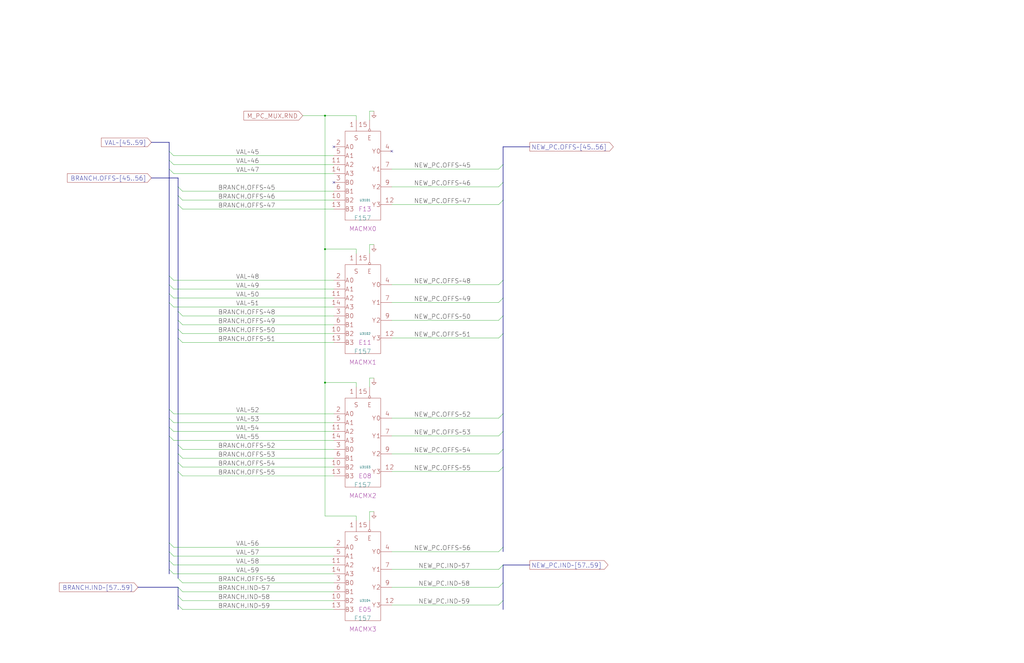
<source format=kicad_sch>
(kicad_sch (version 20211123) (generator eeschema)
  (paper "User" 584.2 378.46)
  (title_block (title "MACRO MUX") (date "22-MAY-90") (rev "1.0") (comment 1 "SEQUENCER") (comment 2 "232-003064") (comment 3 "S400") (comment 4 "RELEASED"))
  (lib_symbols
    (symbol "r1000:F157" (pin_numbers hide) (pin_names (offset 1.016) hide)
      (property "Reference" "U" (at 2.54 5.08 0))
      (property "Value" "F157" (at -3.81 -5.08 0))
      (property "Location" "___" (at -1.27 0 0))
      (property "Name" "______" (at 1.27 -12.7 0))
      (symbol "F157_1_1"
        (rectangle (start -8.89 44.45) (end 11.43 -6.35))
        (circle (center 5.08 45.085) (radius 0.635))
        (text "0" (at -12.7 7.62 0) (effects (font (size 2.54 2.54))))
        (text "0" (at -5.08 15.24 0) (effects (font (size 2.54 2.54))))
        (text "0" (at -5.08 35.56 0) (effects (font (size 2.54 2.54))))
        (text "0" (at 10.16 33.02 0) (effects (font (size 2.54 2.54))))
        (text "1" (at -15.24 2.54 0) (effects (font (size 2.54 2.54))))
        (text "1" (at -15.24 7.62 0) (effects (font (size 2.54 2.54))))
        (text "1" (at -15.24 22.86 0) (effects (font (size 2.54 2.54))))
        (text "1" (at -15.24 27.94 0) (effects (font (size 2.54 2.54))))
        (text "1" (at -12.7 27.94 0) (effects (font (size 2.54 2.54))))
        (text "1" (at -5.08 10.16 0) (effects (font (size 2.54 2.54))))
        (text "1" (at -5.08 30.48 0) (effects (font (size 2.54 2.54))))
        (text "1" (at -5.08 48.26 0) (effects (font (size 2.54 2.54))))
        (text "1" (at 0 48.26 0) (effects (font (size 2.54 2.54))))
        (text "1" (at 10.16 22.86 0) (effects (font (size 2.54 2.54))))
        (text "1" (at 15.24 5.08 0) (effects (font (size 2.54 2.54))))
        (text "2" (at -12.7 38.1 0) (effects (font (size 2.54 2.54))))
        (text "2" (at -5.08 5.08 0) (effects (font (size 2.54 2.54))))
        (text "2" (at -5.08 25.4 0) (effects (font (size 2.54 2.54))))
        (text "2" (at 10.16 12.7 0) (effects (font (size 2.54 2.54))))
        (text "2" (at 17.78 5.08 0) (effects (font (size 2.54 2.54))))
        (text "3" (at -12.7 2.54 0) (effects (font (size 2.54 2.54))))
        (text "3" (at -12.7 17.78 0) (effects (font (size 2.54 2.54))))
        (text "3" (at -5.08 0 0) (effects (font (size 2.54 2.54))))
        (text "3" (at -5.08 20.32 0) (effects (font (size 2.54 2.54))))
        (text "3" (at 10.16 2.54 0) (effects (font (size 2.54 2.54))))
        (text "4" (at -12.7 22.86 0) (effects (font (size 2.54 2.54))))
        (text "4" (at 15.24 35.56 0) (effects (font (size 2.54 2.54))))
        (text "5" (at -12.7 33.02 0) (effects (font (size 2.54 2.54))))
        (text "5" (at 2.54 48.26 0) (effects (font (size 2.54 2.54))))
        (text "6" (at -12.7 12.7 0) (effects (font (size 2.54 2.54))))
        (text "7" (at 15.24 25.4 0) (effects (font (size 2.54 2.54))))
        (text "9" (at 15.24 15.24 0) (effects (font (size 2.54 2.54))))
        (text "A" (at -7.62 20.32 0) (effects (font (size 2.54 2.54))))
        (text "A" (at -7.62 25.4 0) (effects (font (size 2.54 2.54))))
        (text "A" (at -7.62 30.48 0) (effects (font (size 2.54 2.54))))
        (text "A" (at -7.62 35.56 0) (effects (font (size 2.54 2.54))))
        (text "B" (at -7.62 0 0) (effects (font (size 2.54 2.54))))
        (text "B" (at -7.62 5.08 0) (effects (font (size 2.54 2.54))))
        (text "B" (at -7.62 10.16 0) (effects (font (size 2.54 2.54))))
        (text "B" (at -7.62 15.24 0) (effects (font (size 2.54 2.54))))
        (text "E" (at 5.08 40.64 0) (effects (font (size 2.54 2.54))))
        (text "S" (at -2.54 40.64 0) (effects (font (size 2.54 2.54))))
        (text "Y" (at 7.62 2.54 0) (effects (font (size 2.54 2.54))))
        (text "Y" (at 7.62 12.7 0) (effects (font (size 2.54 2.54))))
        (text "Y" (at 7.62 22.86 0) (effects (font (size 2.54 2.54))))
        (text "Y" (at 7.62 33.02 0) (effects (font (size 2.54 2.54))))
        (pin input line (at -2.54 50.8 270) (length 6.35) (name "S") (number "1"))
        (pin input line (at -15.24 5.08 0) (length 6.35) (name "B2") (number "10"))
        (pin input line (at -15.24 25.4 0) (length 6.35) (name "A2") (number "11"))
        (pin output line (at 17.78 2.54 180) (length 6.35) (name "Y3") (number "12"))
        (pin input line (at -15.24 0 0) (length 6.35) (name "B3") (number "13"))
        (pin input line (at -15.24 20.32 0) (length 6.35) (name "A3") (number "14"))
        (pin input line (at 5.08 50.8 270) (length 5.08) (name "E_") (number "15"))
        (pin input line (at -15.24 35.56 0) (length 6.35) (name "A0") (number "2"))
        (pin input line (at -15.24 15.24 0) (length 6.35) (name "B0") (number "3"))
        (pin output line (at 17.78 33.02 180) (length 6.35) (name "Y0") (number "4"))
        (pin input line (at -15.24 30.48 0) (length 6.35) (name "A1") (number "5"))
        (pin input line (at -15.24 10.16 0) (length 6.35) (name "B1") (number "6"))
        (pin output line (at 17.78 22.86 180) (length 6.35) (name "Y1") (number "7"))
        (pin output line (at 17.78 12.7 180) (length 6.35) (name "Y2") (number "9"))
      )
    )
    (symbol "r1000:PD" (power) (pin_numbers hide) (pin_names hide) (in_bom no)
      (symbol "PD_0_1"
        (polyline (pts (xy 0 -2.54) (xy 1.27 -2.54) (xy 0 -3.81) (xy -1.27 -2.54) (xy 0 -2.54)) (stroke (width 0.1524)))
      )
      (symbol "PD_1_1"
        (pin power_in line (at 0 0 270) (length 2.54) (name "PD") (number "1"))
      )
    )
  )
  (bus (pts (xy 101.6 101.6) (xy 101.6 106.68)))
  (bus (pts (xy 101.6 106.68) (xy 101.6 111.76)))
  (bus (pts (xy 101.6 111.76) (xy 101.6 116.84)))
  (bus (pts (xy 101.6 116.84) (xy 101.6 177.8)))
  (bus (pts (xy 101.6 177.8) (xy 101.6 182.88)))
  (bus (pts (xy 101.6 182.88) (xy 101.6 187.96)))
  (bus (pts (xy 101.6 187.96) (xy 101.6 193.04)))
  (bus (pts (xy 101.6 193.04) (xy 101.6 254)))
  (bus (pts (xy 101.6 254) (xy 101.6 259.08)))
  (bus (pts (xy 101.6 259.08) (xy 101.6 264.16)))
  (bus (pts (xy 101.6 264.16) (xy 101.6 269.24)))
  (bus (pts (xy 101.6 269.24) (xy 101.6 330.2)))
  (bus (pts (xy 101.6 335.28) (xy 101.6 340.36)))
  (bus (pts (xy 101.6 340.36) (xy 101.6 345.44)))
  (bus (pts (xy 101.6 345.44) (xy 101.6 347.98)))
  (bus (pts (xy 287.02 104.14) (xy 287.02 114.3)))
  (bus (pts (xy 287.02 114.3) (xy 287.02 160.02)))
  (bus (pts (xy 287.02 160.02) (xy 287.02 170.18)))
  (bus (pts (xy 287.02 170.18) (xy 287.02 180.34)))
  (bus (pts (xy 287.02 180.34) (xy 287.02 190.5)))
  (bus (pts (xy 287.02 190.5) (xy 287.02 236.22)))
  (bus (pts (xy 287.02 236.22) (xy 287.02 246.38)))
  (bus (pts (xy 287.02 246.38) (xy 287.02 256.54)))
  (bus (pts (xy 287.02 256.54) (xy 287.02 266.7)))
  (bus (pts (xy 287.02 266.7) (xy 287.02 312.42)))
  (bus (pts (xy 287.02 312.42) (xy 287.02 314.96)))
  (bus (pts (xy 287.02 322.58) (xy 287.02 332.74)))
  (bus (pts (xy 287.02 322.58) (xy 302.26 322.58)))
  (bus (pts (xy 287.02 332.74) (xy 287.02 342.9)))
  (bus (pts (xy 287.02 342.9) (xy 287.02 347.98)))
  (bus (pts (xy 287.02 83.82) (xy 287.02 93.98)))
  (bus (pts (xy 287.02 83.82) (xy 302.26 83.82)))
  (bus (pts (xy 287.02 93.98) (xy 287.02 104.14)))
  (bus (pts (xy 78.74 335.28) (xy 101.6 335.28)))
  (bus (pts (xy 86.36 101.6) (xy 101.6 101.6)))
  (bus (pts (xy 86.36 81.28) (xy 96.52 81.28)))
  (bus (pts (xy 96.52 157.48) (xy 96.52 162.56)))
  (bus (pts (xy 96.52 162.56) (xy 96.52 167.64)))
  (bus (pts (xy 96.52 167.64) (xy 96.52 172.72)))
  (bus (pts (xy 96.52 172.72) (xy 96.52 233.68)))
  (bus (pts (xy 96.52 233.68) (xy 96.52 238.76)))
  (bus (pts (xy 96.52 238.76) (xy 96.52 243.84)))
  (bus (pts (xy 96.52 243.84) (xy 96.52 248.92)))
  (bus (pts (xy 96.52 248.92) (xy 96.52 309.88)))
  (bus (pts (xy 96.52 309.88) (xy 96.52 314.96)))
  (bus (pts (xy 96.52 314.96) (xy 96.52 320.04)))
  (bus (pts (xy 96.52 320.04) (xy 96.52 325.12)))
  (bus (pts (xy 96.52 325.12) (xy 96.52 327.66)))
  (bus (pts (xy 96.52 81.28) (xy 96.52 86.36)))
  (bus (pts (xy 96.52 86.36) (xy 96.52 91.44)))
  (bus (pts (xy 96.52 91.44) (xy 96.52 96.52)))
  (bus (pts (xy 96.52 96.52) (xy 96.52 157.48)))
  (wire (pts (xy 104.14 109.22) (xy 190.5 109.22)))
  (wire (pts (xy 104.14 114.3) (xy 190.5 114.3)))
  (wire (pts (xy 104.14 119.38) (xy 190.5 119.38)))
  (wire (pts (xy 104.14 180.34) (xy 190.5 180.34)))
  (wire (pts (xy 104.14 185.42) (xy 190.5 185.42)))
  (wire (pts (xy 104.14 190.5) (xy 190.5 190.5)))
  (wire (pts (xy 104.14 195.58) (xy 190.5 195.58)))
  (wire (pts (xy 104.14 256.54) (xy 190.5 256.54)))
  (wire (pts (xy 104.14 261.62) (xy 190.5 261.62)))
  (wire (pts (xy 104.14 266.7) (xy 190.5 266.7)))
  (wire (pts (xy 104.14 271.78) (xy 190.5 271.78)))
  (wire (pts (xy 104.14 332.74) (xy 190.5 332.74)))
  (wire (pts (xy 104.14 337.82) (xy 190.5 337.82)))
  (wire (pts (xy 104.14 342.9) (xy 190.5 342.9)))
  (wire (pts (xy 104.14 347.98) (xy 190.5 347.98)))
  (wire (pts (xy 172.72 66.04) (xy 185.42 66.04)))
  (wire (pts (xy 185.42 142.24) (xy 185.42 218.44)))
  (wire (pts (xy 185.42 142.24) (xy 203.2 142.24)))
  (wire (pts (xy 185.42 218.44) (xy 185.42 294.64)))
  (wire (pts (xy 185.42 218.44) (xy 203.2 218.44)))
  (wire (pts (xy 185.42 294.64) (xy 203.2 294.64)))
  (wire (pts (xy 185.42 66.04) (xy 185.42 142.24)))
  (wire (pts (xy 185.42 66.04) (xy 203.2 66.04)))
  (wire (pts (xy 203.2 144.78) (xy 203.2 142.24)))
  (wire (pts (xy 203.2 220.98) (xy 203.2 218.44)))
  (wire (pts (xy 203.2 297.18) (xy 203.2 294.64)))
  (wire (pts (xy 203.2 68.58) (xy 203.2 66.04)))
  (wire (pts (xy 210.82 139.7) (xy 213.36 139.7)))
  (wire (pts (xy 210.82 144.78) (xy 210.82 139.7)))
  (wire (pts (xy 210.82 215.9) (xy 213.36 215.9)))
  (wire (pts (xy 210.82 220.98) (xy 210.82 215.9)))
  (wire (pts (xy 210.82 292.1) (xy 213.36 292.1)))
  (wire (pts (xy 210.82 297.18) (xy 210.82 292.1)))
  (wire (pts (xy 210.82 63.5) (xy 213.36 63.5)))
  (wire (pts (xy 210.82 68.58) (xy 210.82 63.5)))
  (wire (pts (xy 223.52 106.68) (xy 284.48 106.68)))
  (wire (pts (xy 223.52 116.84) (xy 284.48 116.84)))
  (wire (pts (xy 223.52 162.56) (xy 284.48 162.56)))
  (wire (pts (xy 223.52 172.72) (xy 284.48 172.72)))
  (wire (pts (xy 223.52 182.88) (xy 284.48 182.88)))
  (wire (pts (xy 223.52 193.04) (xy 284.48 193.04)))
  (wire (pts (xy 223.52 238.76) (xy 284.48 238.76)))
  (wire (pts (xy 223.52 248.92) (xy 284.48 248.92)))
  (wire (pts (xy 223.52 259.08) (xy 284.48 259.08)))
  (wire (pts (xy 223.52 269.24) (xy 284.48 269.24)))
  (wire (pts (xy 223.52 314.96) (xy 284.48 314.96)))
  (wire (pts (xy 223.52 325.12) (xy 284.48 325.12)))
  (wire (pts (xy 223.52 335.28) (xy 284.48 335.28)))
  (wire (pts (xy 223.52 345.44) (xy 284.48 345.44)))
  (wire (pts (xy 223.52 96.52) (xy 284.48 96.52)))
  (wire (pts (xy 99.06 160.02) (xy 190.5 160.02)))
  (wire (pts (xy 99.06 165.1) (xy 190.5 165.1)))
  (wire (pts (xy 99.06 170.18) (xy 190.5 170.18)))
  (wire (pts (xy 99.06 175.26) (xy 190.5 175.26)))
  (wire (pts (xy 99.06 236.22) (xy 190.5 236.22)))
  (wire (pts (xy 99.06 241.3) (xy 190.5 241.3)))
  (wire (pts (xy 99.06 246.38) (xy 190.5 246.38)))
  (wire (pts (xy 99.06 251.46) (xy 190.5 251.46)))
  (wire (pts (xy 99.06 312.42) (xy 190.5 312.42)))
  (wire (pts (xy 99.06 317.5) (xy 190.5 317.5)))
  (wire (pts (xy 99.06 322.58) (xy 190.5 322.58)))
  (wire (pts (xy 99.06 327.66) (xy 190.5 327.66)))
  (wire (pts (xy 99.06 88.9) (xy 190.5 88.9)))
  (wire (pts (xy 99.06 93.98) (xy 190.5 93.98)))
  (wire (pts (xy 99.06 99.06) (xy 190.5 99.06)))
  (global_label "BRANCH.IND~[57..59]" (shape input) (at 78.74 335.28 180) (effects (font (size 2.54 2.54))) (property "Intersheet References" "${INTERSHEET_REFS}" (at 33.8788 335.1213 0) (effects (font (size 2.54 2.54)) (justify right))))
  (global_label "VAL~[45..59]" (shape input) (at 86.36 81.28 180) (effects (font (size 2.54 2.54))) (property "Intersheet References" "${INTERSHEET_REFS}" (at 57.8273 81.1213 0) (effects (font (size 2.54 2.54)) (justify right))))
  (global_label "BRANCH.OFFS~[45..56]" (shape input) (at 86.36 101.6 180) (effects (font (size 2.54 2.54))) (property "Intersheet References" "${INTERSHEET_REFS}" (at 38.475 101.4413 0) (effects (font (size 2.54 2.54)) (justify right))))
  (bus_entry (at 96.52 86.36) (size 2.54 2.54))
  (bus_entry (at 96.52 91.44) (size 2.54 2.54))
  (bus_entry (at 96.52 96.52) (size 2.54 2.54))
  (bus_entry (at 96.52 157.48) (size 2.54 2.54))
  (bus_entry (at 96.52 162.56) (size 2.54 2.54))
  (bus_entry (at 96.52 167.64) (size 2.54 2.54))
  (bus_entry (at 96.52 172.72) (size 2.54 2.54))
  (bus_entry (at 96.52 233.68) (size 2.54 2.54))
  (bus_entry (at 96.52 238.76) (size 2.54 2.54))
  (bus_entry (at 96.52 243.84) (size 2.54 2.54))
  (bus_entry (at 96.52 248.92) (size 2.54 2.54))
  (bus_entry (at 96.52 309.88) (size 2.54 2.54))
  (bus_entry (at 96.52 314.96) (size 2.54 2.54))
  (bus_entry (at 96.52 320.04) (size 2.54 2.54))
  (bus_entry (at 96.52 325.12) (size 2.54 2.54))
  (bus_entry (at 101.6 106.68) (size 2.54 2.54))
  (bus_entry (at 101.6 111.76) (size 2.54 2.54))
  (bus_entry (at 101.6 116.84) (size 2.54 2.54))
  (bus_entry (at 101.6 177.8) (size 2.54 2.54))
  (bus_entry (at 101.6 182.88) (size 2.54 2.54))
  (bus_entry (at 101.6 187.96) (size 2.54 2.54))
  (bus_entry (at 101.6 193.04) (size 2.54 2.54))
  (bus_entry (at 101.6 254) (size 2.54 2.54))
  (bus_entry (at 101.6 259.08) (size 2.54 2.54))
  (bus_entry (at 101.6 264.16) (size 2.54 2.54))
  (bus_entry (at 101.6 269.24) (size 2.54 2.54))
  (bus_entry (at 101.6 330.2) (size 2.54 2.54))
  (bus_entry (at 101.6 335.28) (size 2.54 2.54))
  (bus_entry (at 101.6 340.36) (size 2.54 2.54))
  (bus_entry (at 101.6 345.44) (size 2.54 2.54))
  (label "BRANCH.OFFS~45" (at 124.46 109.22 0) (effects (font (size 2.54 2.54))))
  (label "BRANCH.OFFS~46" (at 124.46 114.3 0) (effects (font (size 2.54 2.54))))
  (label "BRANCH.OFFS~47" (at 124.46 119.38 0) (effects (font (size 2.54 2.54))))
  (label "BRANCH.OFFS~48" (at 124.46 180.34 0) (effects (font (size 2.54 2.54))))
  (label "BRANCH.OFFS~49" (at 124.46 185.42 0) (effects (font (size 2.54 2.54))))
  (label "BRANCH.OFFS~50" (at 124.46 190.5 0) (effects (font (size 2.54 2.54))))
  (label "BRANCH.OFFS~51" (at 124.46 195.58 0) (effects (font (size 2.54 2.54))))
  (label "BRANCH.OFFS~52" (at 124.46 256.54 0) (effects (font (size 2.54 2.54))))
  (label "BRANCH.OFFS~53" (at 124.46 261.62 0) (effects (font (size 2.54 2.54))))
  (label "BRANCH.OFFS~54" (at 124.46 266.7 0) (effects (font (size 2.54 2.54))))
  (label "BRANCH.OFFS~55" (at 124.46 271.78 0) (effects (font (size 2.54 2.54))))
  (label "BRANCH.OFFS~56" (at 124.46 332.74 0) (effects (font (size 2.54 2.54))))
  (label "BRANCH.IND~57" (at 124.46 337.82 0) (effects (font (size 2.54 2.54))))
  (label "BRANCH.IND~58" (at 124.46 342.9 0) (effects (font (size 2.54 2.54))))
  (label "BRANCH.IND~59" (at 124.46 347.98 0) (effects (font (size 2.54 2.54))))
  (label "VAL~45" (at 134.62 88.9 0) (effects (font (size 2.54 2.54))))
  (label "VAL~46" (at 134.62 93.98 0) (effects (font (size 2.54 2.54))))
  (label "VAL~47" (at 134.62 99.06 0) (effects (font (size 2.54 2.54))))
  (label "VAL~48" (at 134.62 160.02 0) (effects (font (size 2.54 2.54))))
  (label "VAL~49" (at 134.62 165.1 0) (effects (font (size 2.54 2.54))))
  (label "VAL~50" (at 134.62 170.18 0) (effects (font (size 2.54 2.54))))
  (label "VAL~51" (at 134.62 175.26 0) (effects (font (size 2.54 2.54))))
  (label "VAL~52" (at 134.62 236.22 0) (effects (font (size 2.54 2.54))))
  (label "VAL~53" (at 134.62 241.3 0) (effects (font (size 2.54 2.54))))
  (label "VAL~54" (at 134.62 246.38 0) (effects (font (size 2.54 2.54))))
  (label "VAL~55" (at 134.62 251.46 0) (effects (font (size 2.54 2.54))))
  (label "VAL~56" (at 134.62 312.42 0) (effects (font (size 2.54 2.54))))
  (label "VAL~57" (at 134.62 317.5 0) (effects (font (size 2.54 2.54))))
  (label "VAL~58" (at 134.62 322.58 0) (effects (font (size 2.54 2.54))))
  (label "VAL~59" (at 134.62 327.66 0) (effects (font (size 2.54 2.54))))
  (global_label "M_PC_MUX.RND" (shape input) (at 172.72 66.04 180) (effects (font (size 2.54 2.54))) (property "Intersheet References" "${INTERSHEET_REFS}" (at 139.1073 65.8813 0) (effects (font (size 2.54 2.54)) (justify right))))
  (junction (at 185.42 66.04))
  (junction (at 185.42 142.24))
  (junction (at 185.42 218.44))
  (no_connect (at 190.5 83.82))
  (no_connect (at 190.5 104.14))
  (symbol (lib_id "r1000:F157") (at 205.74 119.38 0) (unit 1)
    (property "Reference" "U3101" (at 208.28 114.3 0))
    (property "Value" "F157" (at 201.93 124.46 0) (effects (font (size 2.54 2.54)) (justify left)))
    (property "Location" "F13" (at 204.47 119.38 0) (effects (font (size 2.54 2.54)) (justify left)))
    (property "Name" "MACMX0" (at 207.01 132.08 0) (effects (font (size 2.54 2.54)) (justify bottom)))
  )
  (symbol (lib_id "r1000:F157") (at 205.74 195.58 0) (unit 1)
    (property "Reference" "U3102" (at 208.28 190.5 0))
    (property "Value" "F157" (at 201.93 200.66 0) (effects (font (size 2.54 2.54)) (justify left)))
    (property "Location" "E11" (at 204.47 195.58 0) (effects (font (size 2.54 2.54)) (justify left)))
    (property "Name" "MACMX1" (at 207.01 208.28 0) (effects (font (size 2.54 2.54)) (justify bottom)))
  )
  (symbol (lib_id "r1000:F157") (at 205.74 271.78 0) (unit 1)
    (property "Reference" "U3103" (at 208.28 266.7 0))
    (property "Value" "F157" (at 201.93 276.86 0) (effects (font (size 2.54 2.54)) (justify left)))
    (property "Location" "E08" (at 204.47 271.78 0) (effects (font (size 2.54 2.54)) (justify left)))
    (property "Name" "MACMX2" (at 207.01 284.48 0) (effects (font (size 2.54 2.54)) (justify bottom)))
  )
  (symbol (lib_id "r1000:F157") (at 205.74 347.98 0) (unit 1)
    (property "Reference" "U3104" (at 208.28 342.9 0))
    (property "Value" "F157" (at 201.93 353.06 0) (effects (font (size 2.54 2.54)) (justify left)))
    (property "Location" "E05" (at 204.47 347.98 0) (effects (font (size 2.54 2.54)) (justify left)))
    (property "Name" "MACMX3" (at 207.01 360.68 0) (effects (font (size 2.54 2.54)) (justify bottom)))
  )
  (symbol (lib_id "r1000:PD") (at 213.36 63.5 0) (unit 1) (in_bom no)
    (property "Reference" "#PWR03101" (effects hide))
    (property "Value" "PD" (effects hide))
  )
  (symbol (lib_id "r1000:PD") (at 213.36 139.7 0) (unit 1) (in_bom no)
    (property "Reference" "#PWR03102" (effects hide))
    (property "Value" "PD" (effects hide))
  )
  (symbol (lib_id "r1000:PD") (at 213.36 215.9 0) (unit 1) (in_bom no)
    (property "Reference" "#PWR03103" (effects hide))
    (property "Value" "PD" (effects hide))
  )
  (symbol (lib_id "r1000:PD") (at 213.36 292.1 0) (unit 1) (in_bom no)
    (property "Reference" "#PWR03104" (effects hide))
    (property "Value" "PD" (effects hide))
  )
  (no_connect (at 223.52 86.36))
  (label "NEW_PC.OFFS~45" (at 236.22 96.52 0) (effects (font (size 2.54 2.54))))
  (label "NEW_PC.OFFS~46" (at 236.22 106.68 0) (effects (font (size 2.54 2.54))))
  (label "NEW_PC.OFFS~47" (at 236.22 116.84 0) (effects (font (size 2.54 2.54))))
  (label "NEW_PC.OFFS~48" (at 236.22 162.56 0) (effects (font (size 2.54 2.54))))
  (label "NEW_PC.OFFS~49" (at 236.22 172.72 0) (effects (font (size 2.54 2.54))))
  (label "NEW_PC.OFFS~50" (at 236.22 182.88 0) (effects (font (size 2.54 2.54))))
  (label "NEW_PC.OFFS~51" (at 236.22 193.04 0) (effects (font (size 2.54 2.54))))
  (label "NEW_PC.OFFS~52" (at 236.22 238.76 0) (effects (font (size 2.54 2.54))))
  (label "NEW_PC.OFFS~53" (at 236.22 248.92 0) (effects (font (size 2.54 2.54))))
  (label "NEW_PC.OFFS~54" (at 236.22 259.08 0) (effects (font (size 2.54 2.54))))
  (label "NEW_PC.OFFS~55" (at 236.22 269.24 0) (effects (font (size 2.54 2.54))))
  (label "NEW_PC.OFFS~56" (at 236.22 314.96 0) (effects (font (size 2.54 2.54))))
  (label "NEW_PC.IND~57" (at 238.76 325.12 0) (effects (font (size 2.54 2.54))))
  (label "NEW_PC.IND~58" (at 238.76 335.28 0) (effects (font (size 2.54 2.54))))
  (label "NEW_PC.IND~59" (at 238.76 345.44 0) (effects (font (size 2.54 2.54))))
  (bus_entry (at 287.02 93.98) (size -2.54 2.54))
  (bus_entry (at 287.02 104.14) (size -2.54 2.54))
  (bus_entry (at 287.02 114.3) (size -2.54 2.54))
  (bus_entry (at 287.02 160.02) (size -2.54 2.54))
  (bus_entry (at 287.02 170.18) (size -2.54 2.54))
  (bus_entry (at 287.02 180.34) (size -2.54 2.54))
  (bus_entry (at 287.02 190.5) (size -2.54 2.54))
  (bus_entry (at 287.02 236.22) (size -2.54 2.54))
  (bus_entry (at 287.02 246.38) (size -2.54 2.54))
  (bus_entry (at 287.02 256.54) (size -2.54 2.54))
  (bus_entry (at 287.02 266.7) (size -2.54 2.54))
  (bus_entry (at 287.02 312.42) (size -2.54 2.54))
  (bus_entry (at 287.02 322.58) (size -2.54 2.54))
  (bus_entry (at 287.02 332.74) (size -2.54 2.54))
  (bus_entry (at 287.02 342.9) (size -2.54 2.54))
  (global_label "NEW_PC.OFFS~[45..56]" (shape output) (at 302.26 83.82 0) (effects (font (size 2.54 2.54))) (property "Intersheet References" "${INTERSHEET_REFS}" (at 349.9031 83.6613 0) (effects (font (size 2.54 2.54)) (justify left))))
  (global_label "NEW_PC.IND~[57..59]" (shape output) (at 302.26 322.58 0) (effects (font (size 2.54 2.54))) (property "Intersheet References" "${INTERSHEET_REFS}" (at 346.8793 322.4213 0) (effects (font (size 2.54 2.54)) (justify left))))
)
</source>
